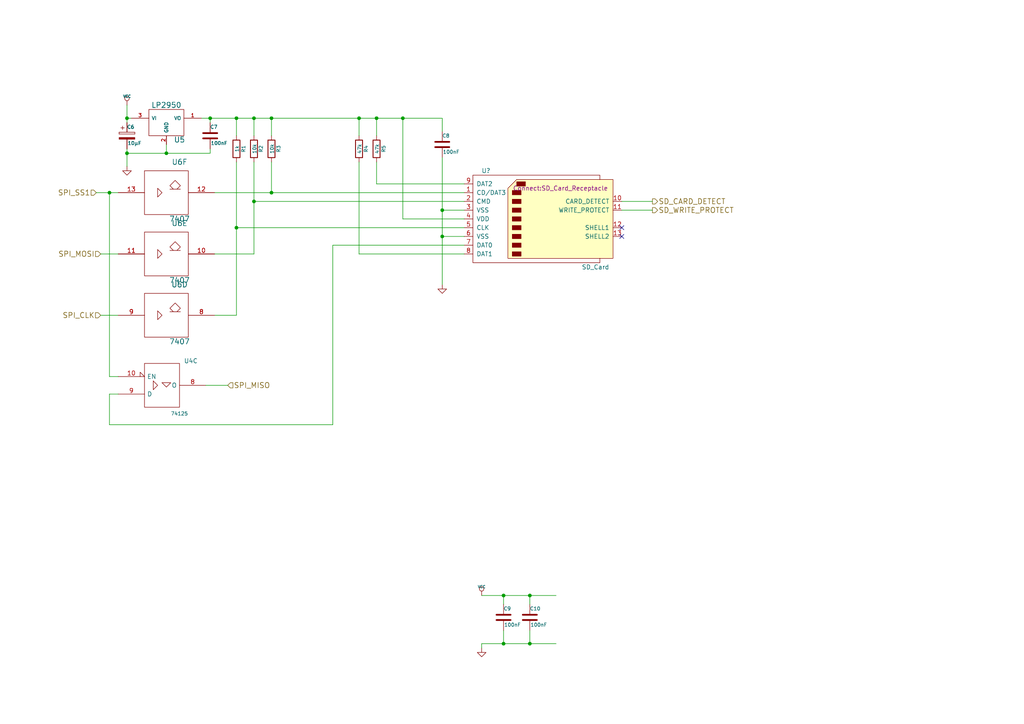
<source format=kicad_sch>
(kicad_sch (version 20211123) (generator eeschema)
  (paper "A4")
  (lib_symbols
    (symbol "io-rescue:7407" (pin_names (offset 0.762))
      (property "Reference" "U" (at 3.81 8.89 0))
      (property "Value" "7407" (at 3.81 -7.62 0))
      (symbol "7407_0_1"
        (rectangle (start -6.35 6.35) (end 6.35 -6.35))
        (polyline (pts (xy -2.54 1.27) (xy -2.54 -1.27) (xy -1.27 0) (xy -2.54 1.27) (xy -2.54 1.27)))
        (polyline (pts (xy 3.048 1.016) (xy 4.064 2.032) (xy 2.54 3.556) (xy 1.016 2.032) (xy 2.032 1.016) (xy 1.016 1.016) (xy 4.064 1.016) (xy 4.064 1.016)))
        (pin power_in line (at 0 6.35 270) (length 0) hide (name "Vcc") (number "14"))
        (pin power_in line (at 0 -6.35 90) (length 0) hide (name "Gnd") (number "7"))
      )
      (symbol "7407_1_1"
        (pin input line (at -13.97 0 0) (length 7.62) (name "~") (number "1"))
        (pin open_collector line (at 13.97 0 180) (length 7.62) (name "~") (number "2"))
      )
      (symbol "7407_2_1"
        (pin input line (at -13.97 0 0) (length 7.62) (name "~") (number "3"))
        (pin open_collector line (at 13.97 0 180) (length 7.62) (name "~") (number "4"))
      )
      (symbol "7407_3_1"
        (pin input line (at -13.97 0 0) (length 7.62) (name "~") (number "5"))
        (pin open_collector line (at 13.97 0 180) (length 7.62) (name "~") (number "6"))
      )
      (symbol "7407_4_1"
        (pin open_collector line (at 13.97 0 180) (length 7.62) (name "~") (number "8"))
        (pin input line (at -13.97 0 0) (length 7.62) (name "~") (number "9"))
      )
      (symbol "7407_5_1"
        (pin open_collector line (at 13.97 0 180) (length 7.62) (name "~") (number "10"))
        (pin input line (at -13.97 0 0) (length 7.62) (name "~") (number "11"))
      )
      (symbol "7407_6_1"
        (pin open_collector line (at 13.97 0 180) (length 7.62) (name "~") (number "12"))
        (pin input line (at -13.97 0 0) (length 7.62) (name "~") (number "13"))
      )
    )
    (symbol "io-rescue:74125" (pin_names (offset 0.762))
      (property "Reference" "U" (at 6.35 6.35 0))
      (property "Value" "74125" (at 2.54 -7.62 0))
      (symbol "74125_0_1"
        (rectangle (start -5.08 6.35) (end 5.08 -6.35))
        (polyline (pts (xy -2.54 1.27) (xy -2.54 -1.27) (xy -1.27 0) (xy -2.54 1.27) (xy -2.54 1.27)))
        (polyline (pts (xy 0 0.762) (xy 2.54 0.762) (xy 1.27 -0.508) (xy 0 0.762) (xy 0 0.762)))
        (pin power_in line (at 0 6.35 270) (length 0) hide (name "VCC") (number "14"))
        (pin power_in line (at 0 -6.35 90) (length 0) hide (name "GND") (number "7"))
      )
      (symbol "74125_1_0"
        (pin input input_low (at -12.7 2.54 0) (length 7.62) (name "EN") (number "1"))
      )
      (symbol "74125_1_1"
        (pin input line (at -12.7 -2.54 0) (length 7.62) (name "D") (number "2"))
        (pin tri_state line (at 12.7 0 180) (length 7.62) (name "O") (number "3"))
      )
      (symbol "74125_2_0"
        (pin input input_low (at -12.7 2.54 0) (length 7.62) (name "EN") (number "4"))
      )
      (symbol "74125_2_1"
        (pin input line (at -12.7 -2.54 0) (length 7.62) (name "D") (number "5"))
        (pin tri_state line (at 12.7 0 180) (length 7.62) (name "O") (number "6"))
      )
      (symbol "74125_3_0"
        (pin input input_low (at -12.7 2.54 0) (length 7.62) (name "EN") (number "10"))
      )
      (symbol "74125_3_1"
        (pin tri_state line (at 12.7 0 180) (length 7.62) (name "O") (number "8"))
        (pin input line (at -12.7 -2.54 0) (length 7.62) (name "D") (number "9"))
      )
      (symbol "74125_4_0"
        (pin input input_low (at -12.7 2.54 0) (length 7.62) (name "EN") (number "13"))
      )
      (symbol "74125_4_1"
        (pin tri_state line (at 12.7 0 180) (length 7.62) (name "O") (number "11"))
        (pin input line (at -12.7 -2.54 0) (length 7.62) (name "D") (number "12"))
      )
    )
    (symbol "io-rescue:C" (pin_numbers hide) (pin_names (offset 0.254))
      (property "Reference" "C" (at 0.635 2.54 0))
      (property "Value" "C" (at 0.635 -2.54 0))
      (symbol "C_0_1"
        (polyline (pts (xy -2.032 -0.762) (xy 2.032 -0.762)) (stroke (width 0.508)))
        (polyline (pts (xy -2.032 0.762) (xy 2.032 0.762)) (stroke (width 0.508)))
      )
      (symbol "C_1_1"
        (pin passive line (at 0 3.81 270) (length 2.794) (name "~") (number "1"))
        (pin passive line (at 0 -3.81 90) (length 2.794) (name "~") (number "2"))
      )
    )
    (symbol "io-rescue:CP" (pin_numbers hide) (pin_names (offset 0.254))
      (property "Reference" "C" (at 0.635 2.54 0))
      (property "Value" "CP" (at 0.635 -2.54 0))
      (symbol "CP_0_1"
        (rectangle (start -2.286 0.508) (end -2.286 1.016))
        (rectangle (start -2.286 0.508) (end 2.286 0.508))
        (polyline (pts (xy -1.778 2.286) (xy -0.762 2.286)))
        (polyline (pts (xy -1.27 2.794) (xy -1.27 1.778)))
        (rectangle (start 2.286 -0.508) (end -2.286 -1.016) (fill (type outline)))
        (rectangle (start 2.286 1.016) (end -2.286 1.016))
        (rectangle (start 2.286 1.016) (end 2.286 0.508))
      )
      (symbol "CP_1_1"
        (pin passive line (at 0 3.81 270) (length 2.794) (name "~") (number "1"))
        (pin passive line (at 0 -3.81 90) (length 2.794) (name "~") (number "2"))
      )
    )
    (symbol "io-rescue:GND" (power) (pin_names (offset 0))
      (property "Value" "GND" (at 0 -3.81 0))
      (symbol "GND_0_1"
        (polyline (pts (xy 0 0) (xy 0 -1.27) (xy 1.27 -1.27) (xy 0 -2.54) (xy -1.27 -1.27) (xy 0 -1.27)))
      )
      (symbol "GND_1_1"
        (pin power_in line (at 0 0 270) (length 0) hide (name "GND") (number "1"))
      )
    )
    (symbol "io-rescue:LP2950" (pin_names (offset 0.762))
      (property "Reference" "U" (at 3.81 -4.9784 0))
      (property "Value" "LP2950" (at 0 5.08 0))
      (symbol "LP2950_0_1"
        (rectangle (start -5.08 -3.81) (end 5.08 3.81))
      )
      (symbol "LP2950_1_1"
        (pin power_out line (at 10.16 1.27 180) (length 5.08) (name "VO") (number "1"))
        (pin input line (at 0 -6.35 90) (length 2.54) (name "GND") (number "2"))
        (pin input line (at -10.16 1.27 0) (length 5.08) (name "VI") (number "3"))
      )
    )
    (symbol "io-rescue:R" (pin_numbers hide) (pin_names (offset 0))
      (property "Reference" "R" (at 2.032 0 90))
      (property "Value" "R" (at 0 0 90))
      (symbol "R_0_1"
        (rectangle (start -1.016 -2.54) (end 1.016 2.54) (stroke (width 0.254)))
      )
      (symbol "R_1_1"
        (pin passive line (at 0 3.81 270) (length 1.27) (name "~") (number "1"))
        (pin passive line (at 0 -3.81 90) (length 1.27) (name "~") (number "2"))
      )
    )
    (symbol "io-rescue:SD_Card" (pin_names (offset 1.016))
      (property "Reference" "CON" (at -16.51 13.97 0))
      (property "Value" "SD_Card" (at 15.24 -13.97 0))
      (property "Footprint" "10067847-001" (at 5.08 8.89 0))
      (symbol "SD_Card_0_1"
        (rectangle (start -8.89 -9.525) (end -6.35 -10.795) (fill (type outline)))
        (rectangle (start -8.89 -6.985) (end -6.35 -8.255) (fill (type outline)))
        (rectangle (start -8.89 -4.445) (end -6.35 -5.715) (fill (type outline)))
        (rectangle (start -8.89 -1.905) (end -6.35 -3.175) (fill (type outline)))
        (rectangle (start -8.89 0.635) (end -6.35 -0.635) (fill (type outline)))
        (rectangle (start -8.89 3.175) (end -6.35 1.905) (fill (type outline)))
        (rectangle (start -8.89 5.715) (end -6.35 4.445) (fill (type outline)))
        (rectangle (start -8.89 8.255) (end -6.35 6.985) (fill (type outline)))
        (rectangle (start -7.62 10.795) (end -5.08 9.525) (fill (type outline)))
        (polyline (pts (xy -10.16 8.89) (xy -7.62 11.43) (xy 20.32 11.43) (xy 20.32 -11.43) (xy -10.16 -11.43) (xy -10.16 8.89)) (fill (type background)))
        (polyline (pts (xy 16.51 11.43) (xy 16.51 12.7) (xy -20.32 12.7) (xy -20.32 -12.7) (xy 16.51 -12.7) (xy 16.51 -11.43)))
      )
      (symbol "SD_Card_1_1"
        (pin input line (at -22.86 7.62 0) (length 2.54) (name "CD/DAT3") (number "1"))
        (pin input line (at 22.86 5.08 180) (length 2.54) (name "CARD_DETECT") (number "10"))
        (pin input line (at 22.86 2.54 180) (length 2.54) (name "WRITE_PROTECT") (number "11"))
        (pin input line (at 22.86 -2.54 180) (length 2.54) (name "SHELL1") (number "12"))
        (pin input line (at 22.86 -5.08 180) (length 2.54) (name "SHELL2") (number "13"))
        (pin input line (at -22.86 5.08 0) (length 2.54) (name "CMD") (number "2"))
        (pin input line (at -22.86 2.54 0) (length 2.54) (name "VSS") (number "3"))
        (pin input line (at -22.86 0 0) (length 2.54) (name "VDD") (number "4"))
        (pin input line (at -22.86 -2.54 0) (length 2.54) (name "CLK") (number "5"))
        (pin input line (at -22.86 -5.08 0) (length 2.54) (name "VSS") (number "6"))
        (pin input line (at -22.86 -7.62 0) (length 2.54) (name "DAT0") (number "7"))
        (pin input line (at -22.86 -10.16 0) (length 2.54) (name "DAT1") (number "8"))
        (pin input line (at -22.86 10.16 0) (length 2.54) (name "DAT2") (number "9"))
      )
    )
    (symbol "io-rescue:VCC" (power) (pin_names (offset 0))
      (property "Value" "VCC" (at 0 3.81 0))
      (symbol "VCC_0_1"
        (polyline (pts (xy 0 0) (xy 0 1.27)))
        (circle (center 0 1.905) (radius 0.635))
      )
      (symbol "VCC_1_1"
        (pin power_in line (at 0 0 90) (length 0) hide (name "VCC") (number "1"))
      )
    )
  )
  (junction (at 116.84 34.29))
  (junction (at 31.75 55.88))
  (junction (at 146.05 186.69))
  (junction (at 78.74 34.29))
  (junction (at 36.83 34.29))
  (junction (at 146.05 172.72))
  (junction (at 73.66 34.29))
  (junction (at 153.67 172.72))
  (junction (at 128.27 60.96))
  (junction (at 109.22 34.29))
  (junction (at 48.26 44.45))
  (junction (at 60.96 34.29))
  (junction (at 153.67 186.69))
  (junction (at 78.74 55.88))
  (junction (at 68.58 34.29))
  (junction (at 68.58 66.04))
  (junction (at 104.14 34.29))
  (junction (at 36.83 44.45))
  (junction (at 128.27 68.58))
  (junction (at 73.66 58.42))
  (no_connect (at 180.34 68.58))
  (no_connect (at 180.34 66.04))
  (wire (pts (xy 153.67 186.69) (xy 161.29 186.69)))
  (wire (pts (xy 139.7 186.69) (xy 139.7 187.96)))
  (wire (pts (xy 31.75 114.3) (xy 31.75 123.19)))
  (wire (pts (xy 139.7 186.69) (xy 146.05 186.69)))
  (wire (pts (xy 34.29 109.22) (xy 31.75 109.22)))
  (wire (pts (xy 59.69 111.76) (xy 66.04 111.76)))
  (wire (pts (xy 73.66 39.37) (xy 73.66 34.29)))
  (wire (pts (xy 146.05 172.72) (xy 153.67 172.72)))
  (wire (pts (xy 73.66 58.42) (xy 73.66 73.66)))
  (wire (pts (xy 109.22 34.29) (xy 116.84 34.29)))
  (wire (pts (xy 78.74 39.37) (xy 78.74 34.29)))
  (wire (pts (xy 68.58 39.37) (xy 68.58 34.29)))
  (wire (pts (xy 116.84 34.29) (xy 116.84 63.5)))
  (wire (pts (xy 146.05 172.72) (xy 146.05 175.26)))
  (wire (pts (xy 116.84 34.29) (xy 128.27 34.29)))
  (wire (pts (xy 128.27 60.96) (xy 128.27 68.58)))
  (wire (pts (xy 96.52 123.19) (xy 96.52 71.12)))
  (wire (pts (xy 104.14 73.66) (xy 104.14 46.99)))
  (wire (pts (xy 128.27 45.72) (xy 128.27 60.96)))
  (wire (pts (xy 36.83 44.45) (xy 48.26 44.45)))
  (wire (pts (xy 60.96 34.29) (xy 60.96 35.56)))
  (wire (pts (xy 73.66 46.99) (xy 73.66 58.42)))
  (wire (pts (xy 134.62 60.96) (xy 128.27 60.96)))
  (wire (pts (xy 73.66 73.66) (xy 62.23 73.66)))
  (wire (pts (xy 146.05 182.88) (xy 146.05 186.69)))
  (wire (pts (xy 128.27 34.29) (xy 128.27 38.1)))
  (wire (pts (xy 153.67 172.72) (xy 153.67 175.26)))
  (wire (pts (xy 36.83 43.18) (xy 36.83 44.45)))
  (wire (pts (xy 62.23 55.88) (xy 78.74 55.88)))
  (wire (pts (xy 116.84 63.5) (xy 134.62 63.5)))
  (wire (pts (xy 104.14 34.29) (xy 109.22 34.29)))
  (wire (pts (xy 38.1 34.29) (xy 36.83 34.29)))
  (wire (pts (xy 31.75 109.22) (xy 31.75 55.88)))
  (wire (pts (xy 68.58 34.29) (xy 73.66 34.29)))
  (wire (pts (xy 109.22 39.37) (xy 109.22 34.29)))
  (wire (pts (xy 139.7 172.72) (xy 146.05 172.72)))
  (wire (pts (xy 68.58 66.04) (xy 134.62 66.04)))
  (wire (pts (xy 29.21 91.44) (xy 34.29 91.44)))
  (wire (pts (xy 27.94 55.88) (xy 31.75 55.88)))
  (wire (pts (xy 128.27 68.58) (xy 128.27 82.55)))
  (wire (pts (xy 134.62 53.34) (xy 109.22 53.34)))
  (wire (pts (xy 104.14 39.37) (xy 104.14 34.29)))
  (wire (pts (xy 153.67 172.72) (xy 161.29 172.72)))
  (wire (pts (xy 36.83 44.45) (xy 36.83 48.26)))
  (wire (pts (xy 180.34 60.96) (xy 189.23 60.96)))
  (wire (pts (xy 146.05 186.69) (xy 153.67 186.69)))
  (wire (pts (xy 73.66 34.29) (xy 78.74 34.29)))
  (wire (pts (xy 109.22 53.34) (xy 109.22 46.99)))
  (wire (pts (xy 48.26 44.45) (xy 60.96 44.45)))
  (wire (pts (xy 31.75 123.19) (xy 96.52 123.19)))
  (wire (pts (xy 31.75 55.88) (xy 34.29 55.88)))
  (wire (pts (xy 153.67 182.88) (xy 153.67 186.69)))
  (wire (pts (xy 73.66 58.42) (xy 134.62 58.42)))
  (wire (pts (xy 34.29 114.3) (xy 31.75 114.3)))
  (wire (pts (xy 58.42 34.29) (xy 60.96 34.29)))
  (wire (pts (xy 134.62 73.66) (xy 104.14 73.66)))
  (wire (pts (xy 78.74 46.99) (xy 78.74 55.88)))
  (wire (pts (xy 36.83 34.29) (xy 36.83 35.56)))
  (wire (pts (xy 78.74 34.29) (xy 104.14 34.29)))
  (wire (pts (xy 68.58 66.04) (xy 68.58 91.44)))
  (wire (pts (xy 60.96 44.45) (xy 60.96 43.18)))
  (wire (pts (xy 96.52 71.12) (xy 134.62 71.12)))
  (wire (pts (xy 68.58 91.44) (xy 62.23 91.44)))
  (wire (pts (xy 68.58 46.99) (xy 68.58 66.04)))
  (wire (pts (xy 34.29 73.66) (xy 29.21 73.66)))
  (wire (pts (xy 60.96 34.29) (xy 68.58 34.29)))
  (wire (pts (xy 180.34 58.42) (xy 189.23 58.42)))
  (wire (pts (xy 48.26 41.91) (xy 48.26 44.45)))
  (wire (pts (xy 134.62 68.58) (xy 128.27 68.58)))
  (wire (pts (xy 36.83 30.48) (xy 36.83 34.29)))
  (wire (pts (xy 78.74 55.88) (xy 134.62 55.88)))
  (hierarchical_label "SPI_MISO" (shape input) (at 66.04 111.76 0) (effects (font (size 1.524 1.524))))
  (hierarchical_label "SPI_CLK" (shape input) (at 29.21 91.44 180) (effects (font (size 1.524 1.524))))
  (hierarchical_label "SD_WRITE_PROTECT" (shape output) (at 189.23 60.96 0) (effects (font (size 1.524 1.524))))
  (hierarchical_label "SD_CARD_DETECT" (shape output) (at 189.23 58.42 0) (effects (font (size 1.524 1.524))))
  (hierarchical_label "SPI_SS1" (shape input) (at 27.94 55.88 180) (effects (font (size 1.524 1.524))))
  (hierarchical_label "SPI_MOSI" (shape input) (at 29.21 73.66 180) (effects (font (size 1.524 1.524))))
  (symbol (lib_id "io-rescue:7407") (at 48.26 91.44 0) (unit 4)
    (property "Reference" "U6" (at 52.07 82.55 0) (effects (font (size 1.524 1.524))))
    (property "Value" "7407" (at 52.07 99.06 0) (effects (font (size 1.524 1.524))))
    (property "Footprint" "Housings_DIP:DIP-14_W7.62mm_LongPads" (effects hide))
  )
  (symbol (lib_id "io-rescue:7407") (at 48.26 55.88 0) (unit 6)
    (property "Reference" "U6" (at 52.07 46.99 0) (effects (font (size 1.524 1.524))))
    (property "Value" "7407" (at 52.07 63.5 0) (effects (font (size 1.524 1.524))))
    (property "Footprint" "Housings_DIP:DIP-14_W7.62mm_LongPads" (effects hide))
  )
  (symbol (lib_id "io-rescue:7407") (at 48.26 73.66 0) (unit 5)
    (property "Reference" "U6" (at 52.07 64.77 0) (effects (font (size 1.524 1.524))))
    (property "Value" "7407" (at 52.07 81.28 0) (effects (font (size 1.524 1.524))))
    (property "Footprint" "Housings_DIP:DIP-14_W7.62mm_LongPads" (effects hide))
  )
  (symbol (lib_id "io-rescue:R") (at 68.58 43.18 0) (unit 1)
    (property "Reference" "R1" (at 70.612 43.18 90) (effects (font (size 1.016 1.016))))
    (property "Value" "1k" (at 68.7578 43.1546 90) (effects (font (size 1.016 1.016))))
    (property "Footprint" "Resistors_ThroughHole:Resistor_Horizontal_RM7mm" (effects hide))
  )
  (symbol (lib_id "io-rescue:74125") (at 46.99 111.76 0) (unit 3)
    (property "Reference" "U4" (at 53.34 105.41 0) (effects (justify left bottom)))
    (property "Value" "74125" (at 49.53 119.38 0) (effects (font (size 1.016 1.016)) (justify left top)))
    (property "Footprint" "Housings_DIP:DIP-14_W7.62mm_LongPads" (effects hide))
  )
  (symbol (lib_id "io-rescue:LP2950") (at 48.26 35.56 0) (unit 1)
    (property "Reference" "U5" (at 52.07 40.5384 0) (effects (font (size 1.524 1.524))))
    (property "Value" "LP2950" (at 48.26 30.48 0) (effects (font (size 1.524 1.524))))
    (property "Footprint" "TO_SOT_Packages_THT:TO-92_Inline_Narrow_Oval" (effects hide))
  )
  (symbol (lib_id "io-rescue:GND") (at 36.83 48.26 0) (unit 1)
    (property "Reference" "#PWR017" (effects hide))
    (property "Value" "GND" (effects hide))
  )
  (symbol (lib_id "io-rescue:VCC") (at 36.83 30.48 0) (unit 1)
    (property "Reference" "#PWR018" (effects hide))
    (property "Value" "VCC" (at 36.83 27.94 0) (effects (font (size 0.762 0.762))))
  )
  (symbol (lib_id "io-rescue:R") (at 73.66 43.18 0) (unit 1)
    (property "Reference" "R2" (at 75.692 43.18 90) (effects (font (size 1.016 1.016))))
    (property "Value" "10k" (at 73.8378 43.1546 90) (effects (font (size 1.016 1.016))))
    (property "Footprint" "Resistors_ThroughHole:Resistor_Horizontal_RM7mm" (effects hide))
  )
  (symbol (lib_id "io-rescue:R") (at 78.74 43.18 0) (unit 1)
    (property "Reference" "R3" (at 80.772 43.18 90) (effects (font (size 1.016 1.016))))
    (property "Value" "10k" (at 78.9178 43.1546 90) (effects (font (size 1.016 1.016))))
    (property "Footprint" "Resistors_ThroughHole:Resistor_Horizontal_RM7mm" (effects hide))
  )
  (symbol (lib_id "io-rescue:GND") (at 128.27 82.55 0) (unit 1)
    (property "Reference" "#PWR019" (effects hide))
    (property "Value" "GND" (effects hide))
  )
  (symbol (lib_id "io-rescue:C") (at 60.96 39.37 0) (unit 1)
    (property "Reference" "C7" (at 60.96 36.83 0) (effects (font (size 1.016 1.016)) (justify left)))
    (property "Value" "100nF" (at 61.1124 41.529 0) (effects (font (size 1.016 1.016)) (justify left)))
    (property "Footprint" "Capacitors_ThroughHole:C_Disc_D3_P2.5" (effects hide))
  )
  (symbol (lib_id "io-rescue:CP") (at 36.83 39.37 0) (unit 1)
    (property "Reference" "C6" (at 36.83 36.83 0) (effects (font (size 1.016 1.016)) (justify left)))
    (property "Value" "10µF" (at 36.9824 41.529 0) (effects (font (size 1.016 1.016)) (justify left)))
    (property "Footprint" "Capacitors_ThroughHole:C_Radial_D5_L6_P2.5" (effects hide))
  )
  (symbol (lib_id "io-rescue:C") (at 146.05 179.07 0) (unit 1)
    (property "Reference" "C9" (at 146.05 176.53 0) (effects (font (size 1.016 1.016)) (justify left)))
    (property "Value" "100nF" (at 146.2024 181.229 0) (effects (font (size 1.016 1.016)) (justify left)))
    (property "Footprint" "Capacitors_ThroughHole:C_Disc_D3_P2.5" (effects hide))
  )
  (symbol (lib_id "io-rescue:C") (at 153.67 179.07 0) (unit 1)
    (property "Reference" "C10" (at 153.67 176.53 0) (effects (font (size 1.016 1.016)) (justify left)))
    (property "Value" "100nF" (at 153.8224 181.229 0) (effects (font (size 1.016 1.016)) (justify left)))
    (property "Footprint" "Capacitors_ThroughHole:C_Disc_D3_P2.5" (effects hide))
  )
  (symbol (lib_id "io-rescue:VCC") (at 139.7 172.72 0) (unit 1)
    (property "Reference" "#PWR020" (effects hide))
    (property "Value" "VCC" (at 139.7 170.18 0) (effects (font (size 0.762 0.762))))
  )
  (symbol (lib_id "io-rescue:GND") (at 139.7 187.96 0) (unit 1)
    (property "Reference" "#PWR021" (effects hide))
    (property "Value" "GND" (effects hide))
  )
  (symbol (lib_id "io-rescue:R") (at 109.22 43.18 0) (unit 1)
    (property "Reference" "R5" (at 111.252 43.18 90) (effects (font (size 1.016 1.016))))
    (property "Value" "47k" (at 109.3978 43.1546 90) (effects (font (size 1.016 1.016))))
    (property "Footprint" "Resistors_ThroughHole:Resistor_Horizontal_RM7mm" (effects hide))
  )
  (symbol (lib_id "io-rescue:R") (at 104.14 43.18 0) (unit 1)
    (property "Reference" "R4" (at 106.172 43.18 90) (effects (font (size 1.016 1.016))))
    (property "Value" "47k" (at 104.3178 43.1546 90) (effects (font (size 1.016 1.016))))
    (property "Footprint" "Resistors_ThroughHole:Resistor_Horizontal_RM7mm" (effects hide))
  )
  (symbol (lib_id "io-rescue:C") (at 128.27 41.91 0) (unit 1)
    (property "Reference" "C8" (at 128.27 39.37 0) (effects (font (size 1.016 1.016)) (justify left)))
    (property "Value" "100nF" (at 128.4224 44.069 0) (effects (font (size 1.016 1.016)) (justify left)))
    (property "Footprint" "Capacitors_ThroughHole:C_Disc_D3_P2.5" (effects hide))
  )
  (symbol (lib_id "io-rescue:SD_Card") (at 157.48 63.5 0) (unit 1)
    (property "Value" "SD_Card" (at 172.72 77.47 0))
    (property "Footprint" "Connect:SD_Card_Receptacle" (at 162.56 54.61 0))
  )
)
</source>
